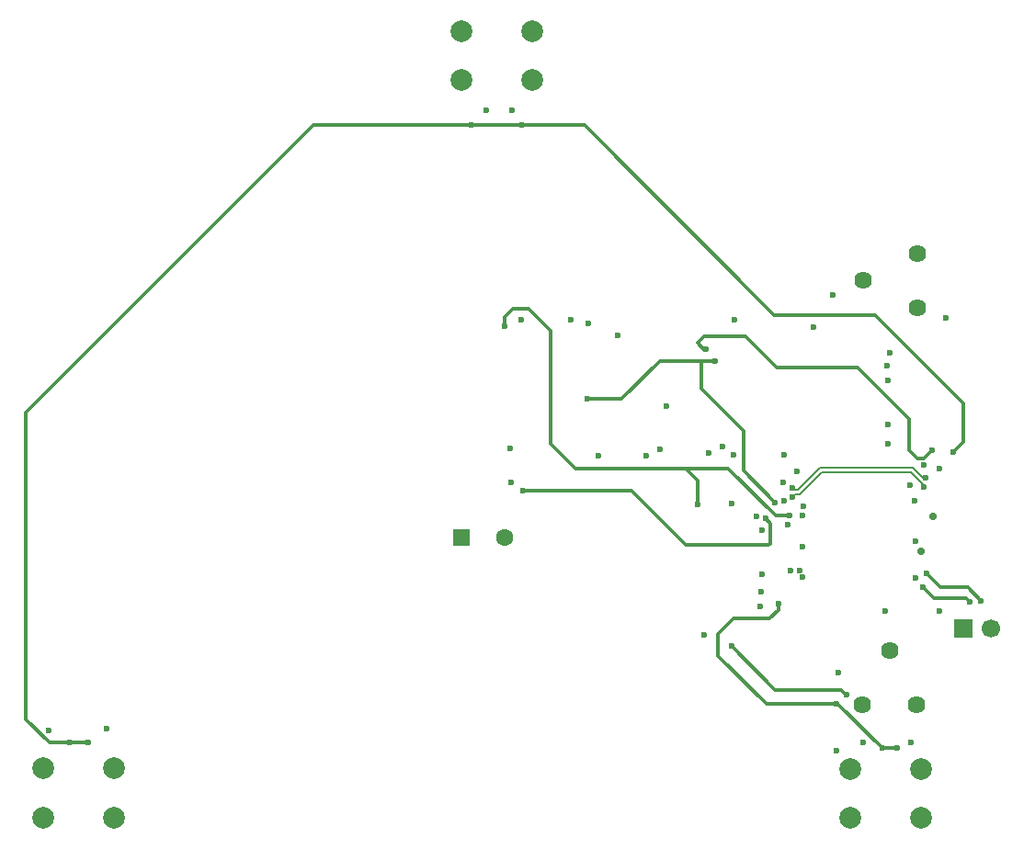
<source format=gbr>
%TF.GenerationSoftware,KiCad,Pcbnew,9.0.1*%
%TF.CreationDate,2025-07-23T18:00:58-03:00*%
%TF.ProjectId,board,626f6172-642e-46b6-9963-61645f706362,rev?*%
%TF.SameCoordinates,Original*%
%TF.FileFunction,Copper,L4,Bot*%
%TF.FilePolarity,Positive*%
%FSLAX46Y46*%
G04 Gerber Fmt 4.6, Leading zero omitted, Abs format (unit mm)*
G04 Created by KiCad (PCBNEW 9.0.1) date 2025-07-23 18:00:58*
%MOMM*%
%LPD*%
G01*
G04 APERTURE LIST*
%TA.AperFunction,ComponentPad*%
%ADD10C,1.620000*%
%TD*%
%TA.AperFunction,ComponentPad*%
%ADD11R,1.700000X1.700000*%
%TD*%
%TA.AperFunction,ComponentPad*%
%ADD12C,1.700000*%
%TD*%
%TA.AperFunction,ComponentPad*%
%ADD13R,1.600000X1.600000*%
%TD*%
%TA.AperFunction,ComponentPad*%
%ADD14C,1.600000*%
%TD*%
%TA.AperFunction,ComponentPad*%
%ADD15C,2.000000*%
%TD*%
%TA.AperFunction,ViaPad*%
%ADD16C,0.600000*%
%TD*%
%TA.AperFunction,ViaPad*%
%ADD17C,0.700000*%
%TD*%
%TA.AperFunction,Conductor*%
%ADD18C,0.200000*%
%TD*%
%TA.AperFunction,Conductor*%
%ADD19C,0.300000*%
%TD*%
G04 APERTURE END LIST*
D10*
%TO.P,RV1,1,1*%
%TO.N,5V*%
X110993000Y-42271000D03*
%TO.P,RV1,2,2*%
X105993000Y-44771000D03*
%TO.P,RV1,3,3*%
%TO.N,Net-(U2-DIS)*%
X110993000Y-47271000D03*
%TD*%
D11*
%TO.P,J1,1,Pin_1*%
%TO.N,Net-(J1-Pin_1)*%
X115234400Y-76835400D03*
D12*
%TO.P,J1,2,Pin_2*%
%TO.N,Net-(J1-Pin_2)*%
X117774400Y-76835400D03*
%TD*%
D13*
%TO.P,BZ1,1,+*%
%TO.N,5V*%
X69000000Y-68500000D03*
D14*
%TO.P,BZ1,2,-*%
%TO.N,Net-(BZ1--)*%
X73000000Y-68500000D03*
%TD*%
D15*
%TO.P,SW1,1,A*%
%TO.N,5V*%
X69038400Y-21778400D03*
X75538400Y-21778400D03*
%TO.P,SW1,2,B*%
%TO.N,Net-(SW1-B)*%
X69038400Y-26278400D03*
X75538400Y-26278400D03*
%TD*%
%TO.P,SW4,1,A*%
%TO.N,RESET*%
X111352400Y-94299600D03*
X104852400Y-94299600D03*
%TO.P,SW4,2,B*%
%TO.N,GND*%
X111352400Y-89799600D03*
X104852400Y-89799600D03*
%TD*%
D10*
%TO.P,RV2,1,1*%
%TO.N,5V*%
X110953000Y-83881600D03*
%TO.P,RV2,2,2*%
X108453000Y-78881600D03*
%TO.P,RV2,3,3*%
%TO.N,Net-(U5-DIS)*%
X105953000Y-83881600D03*
%TD*%
D15*
%TO.P,SW2,1,A*%
%TO.N,5V*%
X30481200Y-89748800D03*
X36981200Y-89748800D03*
%TO.P,SW2,2,B*%
%TO.N,Net-(SW1-B)*%
X30481200Y-94248800D03*
X36981200Y-94248800D03*
%TD*%
D16*
%TO.N,GND*%
X113010000Y-62130000D03*
%TO.N,DT+*%
X111761207Y-62964075D03*
%TO.N,DT-*%
X111575000Y-63840000D03*
%TO.N,5V*%
X111627597Y-61809333D03*
%TO.N,DT+*%
X99532778Y-63856419D03*
%TO.N,DT-*%
X99532778Y-64706419D03*
%TO.N,5V*%
X98660000Y-63410000D03*
%TO.N,GND*%
X100480000Y-65580000D03*
X99890000Y-62400000D03*
%TO.N,5V*%
X98694383Y-65071463D03*
%TO.N,Net-(SW1-B)*%
X114300000Y-60553600D03*
X69900800Y-30480000D03*
X74625200Y-30480000D03*
X32918400Y-87376000D03*
X34645600Y-87376000D03*
%TO.N,5V*%
X36322000Y-86106000D03*
X96621600Y-73456800D03*
X108204000Y-52628800D03*
X110871000Y-72161400D03*
X99100000Y-67250000D03*
X103682800Y-80924400D03*
X110350000Y-63650000D03*
X73609200Y-63398400D03*
X94030800Y-60858400D03*
X108254800Y-54000400D03*
D17*
X111353600Y-69748400D03*
D16*
X30988000Y-86207600D03*
X96672400Y-71831200D03*
X71272400Y-29057600D03*
X79044800Y-48412400D03*
X81584800Y-60909200D03*
X80670400Y-48717200D03*
X108051600Y-75234800D03*
X93014800Y-60096400D03*
X91795600Y-60655200D03*
X83362800Y-49834800D03*
X73660000Y-29057600D03*
X103530400Y-88087200D03*
X103225600Y-46075600D03*
%TO.N,GND*%
X93878400Y-65328800D03*
D17*
X112442800Y-66520000D03*
D16*
X86004400Y-60909200D03*
X96672400Y-67767200D03*
X108254800Y-59842400D03*
X108458000Y-51409600D03*
X100380800Y-72136000D03*
X101396800Y-49072800D03*
X74523600Y-48412400D03*
X100126800Y-71526400D03*
X87274400Y-60350400D03*
X100448520Y-66458480D03*
X110439200Y-87376000D03*
X96164400Y-66497200D03*
X91338400Y-77470000D03*
X96520000Y-74777600D03*
X110720000Y-65060000D03*
X113588800Y-48209200D03*
X100430000Y-69320000D03*
X94132400Y-48412400D03*
X98755200Y-60858400D03*
X110794800Y-68834000D03*
X105968800Y-87325200D03*
X113030000Y-75234800D03*
X73507600Y-60248800D03*
X108254800Y-58013600D03*
X87884000Y-56337200D03*
X99314000Y-71475600D03*
%TO.N,CLOCK*%
X112318800Y-60401200D03*
X91490800Y-51104800D03*
%TO.N,Net-(U5-DIS)*%
X93878400Y-78486000D03*
X104495600Y-82905600D03*
%TO.N,ALARM*%
X72999600Y-49022000D03*
X90779600Y-65379600D03*
X99216092Y-66458465D03*
%TO.N,Net-(J1-Pin_2)*%
X111810800Y-71729600D03*
X116840000Y-74269600D03*
%TO.N,Net-(J1-Pin_1)*%
X111506000Y-73050400D03*
X115849400Y-74396600D03*
%TO.N,Net-(BZ1--)*%
X97020000Y-66710000D03*
X74676000Y-64160400D03*
%TO.N,RESET*%
X80568800Y-55676800D03*
X109118400Y-87884000D03*
X98196400Y-74523600D03*
X97907000Y-65213000D03*
X107746800Y-87884000D03*
X103530400Y-83769200D03*
X92354400Y-52171600D03*
%TD*%
D18*
%TO.N,DT+*%
X110600000Y-62015000D02*
X111549075Y-62964075D01*
%TO.N,DT-*%
X99532778Y-64706419D02*
X99732777Y-64506420D01*
X111575000Y-63626397D02*
X111575000Y-63840000D01*
%TO.N,DT+*%
X99995384Y-64056418D02*
X102036802Y-62015000D01*
X99532778Y-63856419D02*
X99732777Y-64056418D01*
X99732777Y-64056418D02*
X99995384Y-64056418D01*
%TO.N,DT-*%
X102223198Y-62465000D02*
X110413604Y-62465000D01*
%TO.N,DT+*%
X102036802Y-62015000D02*
X110600000Y-62015000D01*
X111549075Y-62964075D02*
X111761207Y-62964075D01*
%TO.N,DT-*%
X99732777Y-64506420D02*
X100181778Y-64506420D01*
X100181778Y-64506420D02*
X102223198Y-62465000D01*
X110413604Y-62465000D02*
X111575000Y-63626397D01*
D19*
%TO.N,RESET*%
X97907000Y-65213000D02*
X94990000Y-62296000D01*
X94990000Y-58617200D02*
X91135200Y-54762400D01*
X94990000Y-62296000D02*
X94990000Y-58617200D01*
X91135200Y-54762400D02*
X91135200Y-52171600D01*
%TO.N,ALARM*%
X99216092Y-66458465D02*
X97938465Y-66458465D01*
X97938465Y-66458465D02*
X93557600Y-62077600D01*
X93557600Y-62077600D02*
X89662000Y-62077600D01*
%TO.N,Net-(BZ1--)*%
X97470000Y-67160000D02*
X97470000Y-69040000D01*
X97470000Y-69040000D02*
X97330000Y-69180000D01*
X84683600Y-64160400D02*
X74676000Y-64160400D01*
X97020000Y-66710000D02*
X97470000Y-67160000D01*
X97330000Y-69180000D02*
X89703200Y-69180000D01*
X89703200Y-69180000D02*
X84683600Y-64160400D01*
%TO.N,Net-(SW1-B)*%
X114300000Y-60553600D02*
X115214400Y-59639200D01*
X31038800Y-87376000D02*
X32918400Y-87376000D01*
X69900800Y-30480000D02*
X55372000Y-30480000D01*
X28905200Y-85242400D02*
X31038800Y-87376000D01*
X34645600Y-87376000D02*
X32918400Y-87376000D01*
X107091200Y-47960000D02*
X97794800Y-47960000D01*
X74625200Y-30480000D02*
X69900800Y-30480000D01*
X115214400Y-56083200D02*
X107091200Y-47960000D01*
X28905200Y-56946800D02*
X28905200Y-85242400D01*
X55372000Y-30480000D02*
X28905200Y-56946800D01*
X80314800Y-30480000D02*
X74625200Y-30480000D01*
X97794800Y-47960000D02*
X80314800Y-30480000D01*
X115214400Y-59639200D02*
X115214400Y-56083200D01*
%TO.N,CLOCK*%
X110236000Y-57556000D02*
X105512000Y-52832000D01*
X91287600Y-51104800D02*
X91490800Y-51104800D01*
X98044000Y-52832000D02*
X95148400Y-49936400D01*
X91338400Y-49936400D02*
X90728800Y-50546000D01*
X111556800Y-61163200D02*
X110998000Y-61163200D01*
X95148400Y-49936400D02*
X91338400Y-49936400D01*
X112318800Y-60401200D02*
X111556800Y-61163200D01*
X110998000Y-61163200D02*
X110236000Y-60401200D01*
X105512000Y-52832000D02*
X98044000Y-52832000D01*
X110236000Y-60401200D02*
X110236000Y-57556000D01*
X90728800Y-50546000D02*
X91287600Y-51104800D01*
%TO.N,Net-(U5-DIS)*%
X103987600Y-82499200D02*
X104394000Y-82905600D01*
X97891600Y-82499200D02*
X103987600Y-82499200D01*
X104394000Y-82905600D02*
X104495600Y-82905600D01*
X93878400Y-78486000D02*
X97891600Y-82499200D01*
%TO.N,ALARM*%
X90779600Y-65379600D02*
X90779600Y-63195200D01*
X90779600Y-63195200D02*
X89662000Y-62077600D01*
X73740000Y-47400000D02*
X72999600Y-48140400D01*
X75230000Y-47400000D02*
X73740000Y-47400000D01*
X72999600Y-48140400D02*
X72999600Y-49022000D01*
X79502000Y-62077600D02*
X77216000Y-59791600D01*
X77216000Y-59791600D02*
X77216000Y-49386000D01*
X77216000Y-49386000D02*
X75230000Y-47400000D01*
X89662000Y-62077600D02*
X79502000Y-62077600D01*
%TO.N,Net-(J1-Pin_2)*%
X111810800Y-71729600D02*
X113131600Y-73050400D01*
X115620800Y-73050400D02*
X116840000Y-74269600D01*
X113131600Y-73050400D02*
X115620800Y-73050400D01*
%TO.N,Net-(J1-Pin_1)*%
X115519200Y-74066400D02*
X115849400Y-74396600D01*
X112522000Y-74066400D02*
X113741200Y-74066400D01*
X111506000Y-73050400D02*
X112522000Y-74066400D01*
X113741200Y-74066400D02*
X115519200Y-74066400D01*
%TO.N,RESET*%
X92659200Y-77317600D02*
X92659200Y-79349600D01*
X87274400Y-52171600D02*
X91135200Y-52171600D01*
X109118400Y-87884000D02*
X107746800Y-87884000D01*
X98196400Y-74523600D02*
X98196400Y-75113600D01*
X97078800Y-83769200D02*
X103530400Y-83769200D01*
X91135200Y-52171600D02*
X92354400Y-52171600D01*
X103632000Y-83769200D02*
X103530400Y-83769200D01*
X98196400Y-75113600D02*
X97380000Y-75930000D01*
X107746800Y-87884000D02*
X103632000Y-83769200D01*
X94046800Y-75930000D02*
X92659200Y-77317600D01*
X92659200Y-79349600D02*
X97078800Y-83769200D01*
X97380000Y-75930000D02*
X94046800Y-75930000D01*
X80568800Y-55676800D02*
X83769200Y-55676800D01*
X83769200Y-55676800D02*
X87274400Y-52171600D01*
%TD*%
M02*

</source>
